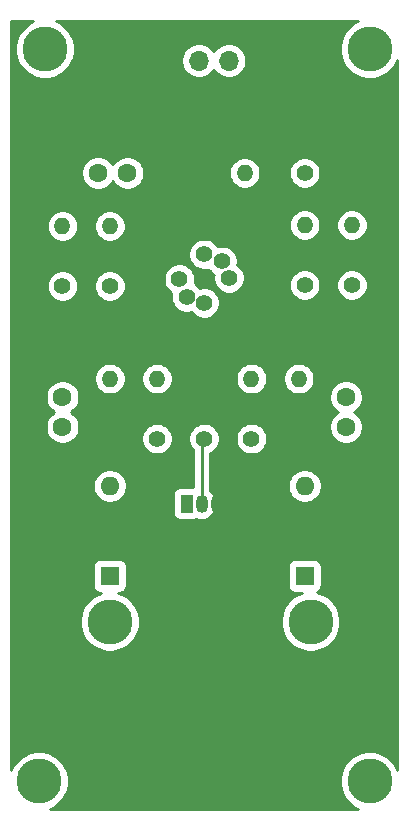
<source format=gbr>
%TF.GenerationSoftware,KiCad,Pcbnew,5.1.10*%
%TF.CreationDate,2021-05-21T04:52:26+02:00*%
%TF.ProjectId,piezo-jfet,7069657a-6f2d-46a6-9665-742e6b696361,rev?*%
%TF.SameCoordinates,Original*%
%TF.FileFunction,Copper,L2,Bot*%
%TF.FilePolarity,Positive*%
%FSLAX46Y46*%
G04 Gerber Fmt 4.6, Leading zero omitted, Abs format (unit mm)*
G04 Created by KiCad (PCBNEW 5.1.10) date 2021-05-21 04:52:26*
%MOMM*%
%LPD*%
G01*
G04 APERTURE LIST*
%TA.AperFunction,ComponentPad*%
%ADD10C,1.400000*%
%TD*%
%TA.AperFunction,ComponentPad*%
%ADD11O,1.400000X1.400000*%
%TD*%
%TA.AperFunction,ComponentPad*%
%ADD12C,1.600000*%
%TD*%
%TA.AperFunction,ComponentPad*%
%ADD13R,1.600000X1.600000*%
%TD*%
%TA.AperFunction,ComponentPad*%
%ADD14O,1.600000X1.600000*%
%TD*%
%TA.AperFunction,ComponentPad*%
%ADD15R,1.700000X1.700000*%
%TD*%
%TA.AperFunction,ComponentPad*%
%ADD16O,1.700000X1.700000*%
%TD*%
%TA.AperFunction,ComponentPad*%
%ADD17O,1.050000X1.500000*%
%TD*%
%TA.AperFunction,ComponentPad*%
%ADD18R,1.050000X1.500000*%
%TD*%
%TA.AperFunction,ComponentPad*%
%ADD19C,3.800000*%
%TD*%
%TA.AperFunction,ViaPad*%
%ADD20C,0.800000*%
%TD*%
%TA.AperFunction,Conductor*%
%ADD21C,0.250000*%
%TD*%
%TA.AperFunction,Conductor*%
%ADD22C,0.254000*%
%TD*%
%TA.AperFunction,Conductor*%
%ADD23C,0.100000*%
%TD*%
G04 APERTURE END LIST*
D10*
%TO.P,R5,1*%
%TO.N,Net-(J1-Pad3)*%
X77500000Y-58500000D03*
D11*
%TO.P,R5,2*%
%TO.N,Net-(C2-Pad1)*%
X72420000Y-58500000D03*
%TD*%
D10*
%TO.P,Q2,1*%
%TO.N,Net-(Q2-Pad1)*%
X69000000Y-69500000D03*
%TO.P,Q2,2*%
%TO.N,Net-(Q2-Pad2)*%
X67500000Y-69000000D03*
%TO.P,Q2,3*%
%TO.N,Net-(C1-Pad1)*%
X66900000Y-67500000D03*
%TO.P,Q2,4*%
%TO.N,Net-(Q2-Pad4)*%
X69000000Y-65400000D03*
%TO.P,Q2,5*%
%TO.N,Net-(Q2-Pad5)*%
X70500000Y-66000000D03*
%TO.P,Q2,6*%
%TO.N,Net-(C3-Pad2)*%
X71100000Y-67400000D03*
%TD*%
D12*
%TO.P,C1,2*%
%TO.N,Net-(C1-Pad2)*%
X57000000Y-80000000D03*
%TO.P,C1,1*%
%TO.N,Net-(C1-Pad1)*%
X57000000Y-77500000D03*
%TD*%
%TO.P,C2,1*%
%TO.N,Net-(C2-Pad1)*%
X62500000Y-58500000D03*
%TO.P,C2,2*%
%TO.N,Net-(C2-Pad2)*%
X60000000Y-58500000D03*
%TD*%
%TO.P,C3,1*%
%TO.N,Net-(C3-Pad1)*%
X81000000Y-80000000D03*
%TO.P,C3,2*%
%TO.N,Net-(C3-Pad2)*%
X81000000Y-77500000D03*
%TD*%
D13*
%TO.P,D1,1*%
%TO.N,Net-(D1-Pad1)*%
X61000000Y-92620000D03*
D14*
%TO.P,D1,2*%
%TO.N,Net-(C1-Pad2)*%
X61000000Y-85000000D03*
%TD*%
%TO.P,D2,2*%
%TO.N,Net-(C3-Pad1)*%
X77500000Y-85000000D03*
D13*
%TO.P,D2,1*%
%TO.N,Net-(D1-Pad1)*%
X77500000Y-92620000D03*
%TD*%
D10*
%TO.P,R1,1*%
%TO.N,Net-(C1-Pad1)*%
X57000000Y-68080000D03*
D11*
%TO.P,R1,2*%
%TO.N,Net-(C2-Pad2)*%
X57000000Y-63000000D03*
%TD*%
%TO.P,R2,2*%
%TO.N,Net-(C1-Pad1)*%
X61000000Y-75920000D03*
D10*
%TO.P,R2,1*%
%TO.N,GND*%
X61000000Y-81000000D03*
%TD*%
D11*
%TO.P,R3,2*%
%TO.N,Net-(C2-Pad2)*%
X61000000Y-63000000D03*
D10*
%TO.P,R3,1*%
%TO.N,Net-(Q2-Pad2)*%
X61000000Y-68080000D03*
%TD*%
D11*
%TO.P,R4,2*%
%TO.N,Net-(Q2-Pad1)*%
X65000000Y-75920000D03*
D10*
%TO.P,R4,1*%
%TO.N,Net-(Q1-Pad1)*%
X65000000Y-81000000D03*
%TD*%
%TO.P,R7,1*%
%TO.N,Net-(Q2-Pad5)*%
X77500000Y-68000000D03*
D11*
%TO.P,R7,2*%
%TO.N,Net-(J1-Pad3)*%
X77500000Y-62920000D03*
%TD*%
D10*
%TO.P,R8,1*%
%TO.N,Net-(Q1-Pad1)*%
X73000000Y-81000000D03*
D11*
%TO.P,R8,2*%
%TO.N,Net-(Q2-Pad4)*%
X73000000Y-75920000D03*
%TD*%
%TO.P,R9,2*%
%TO.N,Net-(J1-Pad3)*%
X81500000Y-62920000D03*
D10*
%TO.P,R9,1*%
%TO.N,Net-(C3-Pad2)*%
X81500000Y-68000000D03*
%TD*%
%TO.P,R10,1*%
%TO.N,GND*%
X77000000Y-81000000D03*
D11*
%TO.P,R10,2*%
%TO.N,Net-(C3-Pad2)*%
X77000000Y-75920000D03*
%TD*%
D15*
%TO.P,J1,1*%
%TO.N,GND*%
X66000000Y-49000000D03*
D16*
%TO.P,J1,2*%
%TO.N,Net-(C2-Pad2)*%
X68540000Y-49000000D03*
%TO.P,J1,3*%
%TO.N,Net-(J1-Pad3)*%
X71080000Y-49000000D03*
%TD*%
D17*
%TO.P,Q1,2*%
%TO.N,Net-(Q1-Pad2)*%
X68770000Y-86500000D03*
%TO.P,Q1,3*%
%TO.N,GND*%
X70040000Y-86500000D03*
D18*
%TO.P,Q1,1*%
%TO.N,Net-(Q1-Pad1)*%
X67500000Y-86500000D03*
%TD*%
D10*
%TO.P,R12,1*%
%TO.N,Net-(Q1-Pad2)*%
X69000000Y-81000000D03*
D11*
%TO.P,R12,2*%
%TO.N,GND*%
X69000000Y-75920000D03*
%TD*%
D19*
%TO.P,J2,1*%
%TO.N,Net-(J2-Pad1)*%
X55500000Y-48000000D03*
%TD*%
%TO.P,J3,1*%
%TO.N,Net-(J3-Pad1)*%
X55000000Y-110000000D03*
%TD*%
%TO.P,J4,1*%
%TO.N,Net-(J4-Pad1)*%
X83000000Y-48000000D03*
%TD*%
%TO.P,J5,1*%
%TO.N,Net-(J5-Pad1)*%
X83000000Y-110000000D03*
%TD*%
%TO.P,J6,1*%
%TO.N,Net-(C1-Pad2)*%
X61000000Y-96500000D03*
%TD*%
%TO.P,J7,1*%
%TO.N,GND*%
X66500000Y-96500000D03*
%TD*%
%TO.P,J8,1*%
%TO.N,GND*%
X71500000Y-96500000D03*
%TD*%
%TO.P,J9,1*%
%TO.N,Net-(C3-Pad1)*%
X78000000Y-96500000D03*
%TD*%
D20*
%TO.N,GND*%
X63000000Y-68000000D03*
%TD*%
D21*
%TO.N,Net-(Q1-Pad2)*%
X68770000Y-81230000D02*
X69000000Y-81000000D01*
X68770000Y-86500000D02*
X68770000Y-81230000D01*
%TD*%
D22*
%TO.N,GND*%
X54299227Y-45753512D02*
X53884032Y-46030937D01*
X53530937Y-46384032D01*
X53253512Y-46799227D01*
X53062418Y-47260568D01*
X52965000Y-47750324D01*
X52965000Y-48249676D01*
X53062418Y-48739432D01*
X53253512Y-49200773D01*
X53530937Y-49615968D01*
X53884032Y-49969063D01*
X54299227Y-50246488D01*
X54760568Y-50437582D01*
X55250324Y-50535000D01*
X55749676Y-50535000D01*
X56239432Y-50437582D01*
X56700773Y-50246488D01*
X57115968Y-49969063D01*
X57469063Y-49615968D01*
X57746488Y-49200773D01*
X57890234Y-48853740D01*
X67055000Y-48853740D01*
X67055000Y-49146260D01*
X67112068Y-49433158D01*
X67224010Y-49703411D01*
X67386525Y-49946632D01*
X67593368Y-50153475D01*
X67836589Y-50315990D01*
X68106842Y-50427932D01*
X68393740Y-50485000D01*
X68686260Y-50485000D01*
X68973158Y-50427932D01*
X69243411Y-50315990D01*
X69486632Y-50153475D01*
X69693475Y-49946632D01*
X69810000Y-49772240D01*
X69926525Y-49946632D01*
X70133368Y-50153475D01*
X70376589Y-50315990D01*
X70646842Y-50427932D01*
X70933740Y-50485000D01*
X71226260Y-50485000D01*
X71513158Y-50427932D01*
X71783411Y-50315990D01*
X72026632Y-50153475D01*
X72233475Y-49946632D01*
X72395990Y-49703411D01*
X72507932Y-49433158D01*
X72565000Y-49146260D01*
X72565000Y-48853740D01*
X72507932Y-48566842D01*
X72395990Y-48296589D01*
X72233475Y-48053368D01*
X72026632Y-47846525D01*
X71783411Y-47684010D01*
X71513158Y-47572068D01*
X71226260Y-47515000D01*
X70933740Y-47515000D01*
X70646842Y-47572068D01*
X70376589Y-47684010D01*
X70133368Y-47846525D01*
X69926525Y-48053368D01*
X69810000Y-48227760D01*
X69693475Y-48053368D01*
X69486632Y-47846525D01*
X69243411Y-47684010D01*
X68973158Y-47572068D01*
X68686260Y-47515000D01*
X68393740Y-47515000D01*
X68106842Y-47572068D01*
X67836589Y-47684010D01*
X67593368Y-47846525D01*
X67386525Y-48053368D01*
X67224010Y-48296589D01*
X67112068Y-48566842D01*
X67055000Y-48853740D01*
X57890234Y-48853740D01*
X57937582Y-48739432D01*
X58035000Y-48249676D01*
X58035000Y-47750324D01*
X57937582Y-47260568D01*
X57746488Y-46799227D01*
X57469063Y-46384032D01*
X57115968Y-46030937D01*
X56700773Y-45753512D01*
X56475015Y-45660000D01*
X82024985Y-45660000D01*
X81799227Y-45753512D01*
X81384032Y-46030937D01*
X81030937Y-46384032D01*
X80753512Y-46799227D01*
X80562418Y-47260568D01*
X80465000Y-47750324D01*
X80465000Y-48249676D01*
X80562418Y-48739432D01*
X80753512Y-49200773D01*
X81030937Y-49615968D01*
X81384032Y-49969063D01*
X81799227Y-50246488D01*
X82260568Y-50437582D01*
X82750324Y-50535000D01*
X83249676Y-50535000D01*
X83739432Y-50437582D01*
X84200773Y-50246488D01*
X84615968Y-49969063D01*
X84969063Y-49615968D01*
X85246488Y-49200773D01*
X85340001Y-48975013D01*
X85340000Y-109024985D01*
X85246488Y-108799227D01*
X84969063Y-108384032D01*
X84615968Y-108030937D01*
X84200773Y-107753512D01*
X83739432Y-107562418D01*
X83249676Y-107465000D01*
X82750324Y-107465000D01*
X82260568Y-107562418D01*
X81799227Y-107753512D01*
X81384032Y-108030937D01*
X81030937Y-108384032D01*
X80753512Y-108799227D01*
X80562418Y-109260568D01*
X80465000Y-109750324D01*
X80465000Y-110249676D01*
X80562418Y-110739432D01*
X80753512Y-111200773D01*
X81030937Y-111615968D01*
X81384032Y-111969063D01*
X81799227Y-112246488D01*
X82024985Y-112340000D01*
X55975015Y-112340000D01*
X56200773Y-112246488D01*
X56615968Y-111969063D01*
X56969063Y-111615968D01*
X57246488Y-111200773D01*
X57437582Y-110739432D01*
X57535000Y-110249676D01*
X57535000Y-109750324D01*
X57437582Y-109260568D01*
X57246488Y-108799227D01*
X56969063Y-108384032D01*
X56615968Y-108030937D01*
X56200773Y-107753512D01*
X55739432Y-107562418D01*
X55249676Y-107465000D01*
X54750324Y-107465000D01*
X54260568Y-107562418D01*
X53799227Y-107753512D01*
X53384032Y-108030937D01*
X53030937Y-108384032D01*
X52753512Y-108799227D01*
X52660000Y-109024985D01*
X52660000Y-96250324D01*
X58465000Y-96250324D01*
X58465000Y-96749676D01*
X58562418Y-97239432D01*
X58753512Y-97700773D01*
X59030937Y-98115968D01*
X59384032Y-98469063D01*
X59799227Y-98746488D01*
X60260568Y-98937582D01*
X60750324Y-99035000D01*
X61249676Y-99035000D01*
X61739432Y-98937582D01*
X62200773Y-98746488D01*
X62615968Y-98469063D01*
X62969063Y-98115968D01*
X63246488Y-97700773D01*
X63437582Y-97239432D01*
X63535000Y-96749676D01*
X63535000Y-96250324D01*
X75465000Y-96250324D01*
X75465000Y-96749676D01*
X75562418Y-97239432D01*
X75753512Y-97700773D01*
X76030937Y-98115968D01*
X76384032Y-98469063D01*
X76799227Y-98746488D01*
X77260568Y-98937582D01*
X77750324Y-99035000D01*
X78249676Y-99035000D01*
X78739432Y-98937582D01*
X79200773Y-98746488D01*
X79615968Y-98469063D01*
X79969063Y-98115968D01*
X80246488Y-97700773D01*
X80437582Y-97239432D01*
X80535000Y-96749676D01*
X80535000Y-96250324D01*
X80437582Y-95760568D01*
X80246488Y-95299227D01*
X79969063Y-94884032D01*
X79615968Y-94530937D01*
X79200773Y-94253512D01*
X78739432Y-94062418D01*
X78516150Y-94018005D01*
X78544180Y-94009502D01*
X78654494Y-93950537D01*
X78751185Y-93871185D01*
X78830537Y-93774494D01*
X78889502Y-93664180D01*
X78925812Y-93544482D01*
X78938072Y-93420000D01*
X78938072Y-91820000D01*
X78925812Y-91695518D01*
X78889502Y-91575820D01*
X78830537Y-91465506D01*
X78751185Y-91368815D01*
X78654494Y-91289463D01*
X78544180Y-91230498D01*
X78424482Y-91194188D01*
X78300000Y-91181928D01*
X76700000Y-91181928D01*
X76575518Y-91194188D01*
X76455820Y-91230498D01*
X76345506Y-91289463D01*
X76248815Y-91368815D01*
X76169463Y-91465506D01*
X76110498Y-91575820D01*
X76074188Y-91695518D01*
X76061928Y-91820000D01*
X76061928Y-93420000D01*
X76074188Y-93544482D01*
X76110498Y-93664180D01*
X76169463Y-93774494D01*
X76248815Y-93871185D01*
X76345506Y-93950537D01*
X76455820Y-94009502D01*
X76575518Y-94045812D01*
X76700000Y-94058072D01*
X77282417Y-94058072D01*
X77260568Y-94062418D01*
X76799227Y-94253512D01*
X76384032Y-94530937D01*
X76030937Y-94884032D01*
X75753512Y-95299227D01*
X75562418Y-95760568D01*
X75465000Y-96250324D01*
X63535000Y-96250324D01*
X63437582Y-95760568D01*
X63246488Y-95299227D01*
X62969063Y-94884032D01*
X62615968Y-94530937D01*
X62200773Y-94253512D01*
X61739432Y-94062418D01*
X61717583Y-94058072D01*
X61800000Y-94058072D01*
X61924482Y-94045812D01*
X62044180Y-94009502D01*
X62154494Y-93950537D01*
X62251185Y-93871185D01*
X62330537Y-93774494D01*
X62389502Y-93664180D01*
X62425812Y-93544482D01*
X62438072Y-93420000D01*
X62438072Y-91820000D01*
X62425812Y-91695518D01*
X62389502Y-91575820D01*
X62330537Y-91465506D01*
X62251185Y-91368815D01*
X62154494Y-91289463D01*
X62044180Y-91230498D01*
X61924482Y-91194188D01*
X61800000Y-91181928D01*
X60200000Y-91181928D01*
X60075518Y-91194188D01*
X59955820Y-91230498D01*
X59845506Y-91289463D01*
X59748815Y-91368815D01*
X59669463Y-91465506D01*
X59610498Y-91575820D01*
X59574188Y-91695518D01*
X59561928Y-91820000D01*
X59561928Y-93420000D01*
X59574188Y-93544482D01*
X59610498Y-93664180D01*
X59669463Y-93774494D01*
X59748815Y-93871185D01*
X59845506Y-93950537D01*
X59955820Y-94009502D01*
X60075518Y-94045812D01*
X60200000Y-94058072D01*
X60282417Y-94058072D01*
X60260568Y-94062418D01*
X59799227Y-94253512D01*
X59384032Y-94530937D01*
X59030937Y-94884032D01*
X58753512Y-95299227D01*
X58562418Y-95760568D01*
X58465000Y-96250324D01*
X52660000Y-96250324D01*
X52660000Y-84858665D01*
X59565000Y-84858665D01*
X59565000Y-85141335D01*
X59620147Y-85418574D01*
X59728320Y-85679727D01*
X59885363Y-85914759D01*
X60085241Y-86114637D01*
X60320273Y-86271680D01*
X60581426Y-86379853D01*
X60858665Y-86435000D01*
X61141335Y-86435000D01*
X61418574Y-86379853D01*
X61679727Y-86271680D01*
X61914759Y-86114637D01*
X62114637Y-85914759D01*
X62224725Y-85750000D01*
X66336928Y-85750000D01*
X66336928Y-87250000D01*
X66349188Y-87374482D01*
X66385498Y-87494180D01*
X66444463Y-87604494D01*
X66523815Y-87701185D01*
X66620506Y-87780537D01*
X66730820Y-87839502D01*
X66850518Y-87875812D01*
X66975000Y-87888072D01*
X68025000Y-87888072D01*
X68149482Y-87875812D01*
X68269180Y-87839502D01*
X68333902Y-87804907D01*
X68542601Y-87868215D01*
X68770000Y-87890612D01*
X68997400Y-87868215D01*
X69216060Y-87801885D01*
X69417579Y-87694171D01*
X69594212Y-87549212D01*
X69739171Y-87372579D01*
X69846885Y-87171059D01*
X69913215Y-86952399D01*
X69930000Y-86781978D01*
X69930000Y-86218021D01*
X69913215Y-86047600D01*
X69846885Y-85828940D01*
X69739171Y-85627421D01*
X69594212Y-85450788D01*
X69530000Y-85398091D01*
X69530000Y-84858665D01*
X76065000Y-84858665D01*
X76065000Y-85141335D01*
X76120147Y-85418574D01*
X76228320Y-85679727D01*
X76385363Y-85914759D01*
X76585241Y-86114637D01*
X76820273Y-86271680D01*
X77081426Y-86379853D01*
X77358665Y-86435000D01*
X77641335Y-86435000D01*
X77918574Y-86379853D01*
X78179727Y-86271680D01*
X78414759Y-86114637D01*
X78614637Y-85914759D01*
X78771680Y-85679727D01*
X78879853Y-85418574D01*
X78935000Y-85141335D01*
X78935000Y-84858665D01*
X78879853Y-84581426D01*
X78771680Y-84320273D01*
X78614637Y-84085241D01*
X78414759Y-83885363D01*
X78179727Y-83728320D01*
X77918574Y-83620147D01*
X77641335Y-83565000D01*
X77358665Y-83565000D01*
X77081426Y-83620147D01*
X76820273Y-83728320D01*
X76585241Y-83885363D01*
X76385363Y-84085241D01*
X76228320Y-84320273D01*
X76120147Y-84581426D01*
X76065000Y-84858665D01*
X69530000Y-84858665D01*
X69530000Y-82225460D01*
X69632359Y-82183061D01*
X69851013Y-82036962D01*
X70036962Y-81851013D01*
X70183061Y-81632359D01*
X70283696Y-81389405D01*
X70335000Y-81131486D01*
X70335000Y-80868514D01*
X71665000Y-80868514D01*
X71665000Y-81131486D01*
X71716304Y-81389405D01*
X71816939Y-81632359D01*
X71963038Y-81851013D01*
X72148987Y-82036962D01*
X72367641Y-82183061D01*
X72610595Y-82283696D01*
X72868514Y-82335000D01*
X73131486Y-82335000D01*
X73389405Y-82283696D01*
X73632359Y-82183061D01*
X73851013Y-82036962D01*
X74036962Y-81851013D01*
X74183061Y-81632359D01*
X74283696Y-81389405D01*
X74335000Y-81131486D01*
X74335000Y-80868514D01*
X74283696Y-80610595D01*
X74183061Y-80367641D01*
X74036962Y-80148987D01*
X73851013Y-79963038D01*
X73632359Y-79816939D01*
X73389405Y-79716304D01*
X73131486Y-79665000D01*
X72868514Y-79665000D01*
X72610595Y-79716304D01*
X72367641Y-79816939D01*
X72148987Y-79963038D01*
X71963038Y-80148987D01*
X71816939Y-80367641D01*
X71716304Y-80610595D01*
X71665000Y-80868514D01*
X70335000Y-80868514D01*
X70283696Y-80610595D01*
X70183061Y-80367641D01*
X70036962Y-80148987D01*
X69851013Y-79963038D01*
X69632359Y-79816939D01*
X69389405Y-79716304D01*
X69131486Y-79665000D01*
X68868514Y-79665000D01*
X68610595Y-79716304D01*
X68367641Y-79816939D01*
X68148987Y-79963038D01*
X67963038Y-80148987D01*
X67816939Y-80367641D01*
X67716304Y-80610595D01*
X67665000Y-80868514D01*
X67665000Y-81131486D01*
X67716304Y-81389405D01*
X67816939Y-81632359D01*
X67963038Y-81851013D01*
X68010001Y-81897976D01*
X68010000Y-85111928D01*
X66975000Y-85111928D01*
X66850518Y-85124188D01*
X66730820Y-85160498D01*
X66620506Y-85219463D01*
X66523815Y-85298815D01*
X66444463Y-85395506D01*
X66385498Y-85505820D01*
X66349188Y-85625518D01*
X66336928Y-85750000D01*
X62224725Y-85750000D01*
X62271680Y-85679727D01*
X62379853Y-85418574D01*
X62435000Y-85141335D01*
X62435000Y-84858665D01*
X62379853Y-84581426D01*
X62271680Y-84320273D01*
X62114637Y-84085241D01*
X61914759Y-83885363D01*
X61679727Y-83728320D01*
X61418574Y-83620147D01*
X61141335Y-83565000D01*
X60858665Y-83565000D01*
X60581426Y-83620147D01*
X60320273Y-83728320D01*
X60085241Y-83885363D01*
X59885363Y-84085241D01*
X59728320Y-84320273D01*
X59620147Y-84581426D01*
X59565000Y-84858665D01*
X52660000Y-84858665D01*
X52660000Y-77358665D01*
X55565000Y-77358665D01*
X55565000Y-77641335D01*
X55620147Y-77918574D01*
X55728320Y-78179727D01*
X55885363Y-78414759D01*
X56085241Y-78614637D01*
X56287827Y-78750000D01*
X56085241Y-78885363D01*
X55885363Y-79085241D01*
X55728320Y-79320273D01*
X55620147Y-79581426D01*
X55565000Y-79858665D01*
X55565000Y-80141335D01*
X55620147Y-80418574D01*
X55728320Y-80679727D01*
X55885363Y-80914759D01*
X56085241Y-81114637D01*
X56320273Y-81271680D01*
X56581426Y-81379853D01*
X56858665Y-81435000D01*
X57141335Y-81435000D01*
X57418574Y-81379853D01*
X57679727Y-81271680D01*
X57914759Y-81114637D01*
X58114637Y-80914759D01*
X58145536Y-80868514D01*
X63665000Y-80868514D01*
X63665000Y-81131486D01*
X63716304Y-81389405D01*
X63816939Y-81632359D01*
X63963038Y-81851013D01*
X64148987Y-82036962D01*
X64367641Y-82183061D01*
X64610595Y-82283696D01*
X64868514Y-82335000D01*
X65131486Y-82335000D01*
X65389405Y-82283696D01*
X65632359Y-82183061D01*
X65851013Y-82036962D01*
X66036962Y-81851013D01*
X66183061Y-81632359D01*
X66283696Y-81389405D01*
X66335000Y-81131486D01*
X66335000Y-80868514D01*
X66283696Y-80610595D01*
X66183061Y-80367641D01*
X66036962Y-80148987D01*
X65851013Y-79963038D01*
X65632359Y-79816939D01*
X65389405Y-79716304D01*
X65131486Y-79665000D01*
X64868514Y-79665000D01*
X64610595Y-79716304D01*
X64367641Y-79816939D01*
X64148987Y-79963038D01*
X63963038Y-80148987D01*
X63816939Y-80367641D01*
X63716304Y-80610595D01*
X63665000Y-80868514D01*
X58145536Y-80868514D01*
X58271680Y-80679727D01*
X58379853Y-80418574D01*
X58435000Y-80141335D01*
X58435000Y-79858665D01*
X58379853Y-79581426D01*
X58271680Y-79320273D01*
X58114637Y-79085241D01*
X57914759Y-78885363D01*
X57712173Y-78750000D01*
X57914759Y-78614637D01*
X58114637Y-78414759D01*
X58271680Y-78179727D01*
X58379853Y-77918574D01*
X58435000Y-77641335D01*
X58435000Y-77358665D01*
X79565000Y-77358665D01*
X79565000Y-77641335D01*
X79620147Y-77918574D01*
X79728320Y-78179727D01*
X79885363Y-78414759D01*
X80085241Y-78614637D01*
X80287827Y-78750000D01*
X80085241Y-78885363D01*
X79885363Y-79085241D01*
X79728320Y-79320273D01*
X79620147Y-79581426D01*
X79565000Y-79858665D01*
X79565000Y-80141335D01*
X79620147Y-80418574D01*
X79728320Y-80679727D01*
X79885363Y-80914759D01*
X80085241Y-81114637D01*
X80320273Y-81271680D01*
X80581426Y-81379853D01*
X80858665Y-81435000D01*
X81141335Y-81435000D01*
X81418574Y-81379853D01*
X81679727Y-81271680D01*
X81914759Y-81114637D01*
X82114637Y-80914759D01*
X82271680Y-80679727D01*
X82379853Y-80418574D01*
X82435000Y-80141335D01*
X82435000Y-79858665D01*
X82379853Y-79581426D01*
X82271680Y-79320273D01*
X82114637Y-79085241D01*
X81914759Y-78885363D01*
X81712173Y-78750000D01*
X81914759Y-78614637D01*
X82114637Y-78414759D01*
X82271680Y-78179727D01*
X82379853Y-77918574D01*
X82435000Y-77641335D01*
X82435000Y-77358665D01*
X82379853Y-77081426D01*
X82271680Y-76820273D01*
X82114637Y-76585241D01*
X81914759Y-76385363D01*
X81679727Y-76228320D01*
X81418574Y-76120147D01*
X81141335Y-76065000D01*
X80858665Y-76065000D01*
X80581426Y-76120147D01*
X80320273Y-76228320D01*
X80085241Y-76385363D01*
X79885363Y-76585241D01*
X79728320Y-76820273D01*
X79620147Y-77081426D01*
X79565000Y-77358665D01*
X58435000Y-77358665D01*
X58379853Y-77081426D01*
X58271680Y-76820273D01*
X58114637Y-76585241D01*
X57914759Y-76385363D01*
X57679727Y-76228320D01*
X57418574Y-76120147D01*
X57141335Y-76065000D01*
X56858665Y-76065000D01*
X56581426Y-76120147D01*
X56320273Y-76228320D01*
X56085241Y-76385363D01*
X55885363Y-76585241D01*
X55728320Y-76820273D01*
X55620147Y-77081426D01*
X55565000Y-77358665D01*
X52660000Y-77358665D01*
X52660000Y-75788514D01*
X59665000Y-75788514D01*
X59665000Y-76051486D01*
X59716304Y-76309405D01*
X59816939Y-76552359D01*
X59963038Y-76771013D01*
X60148987Y-76956962D01*
X60367641Y-77103061D01*
X60610595Y-77203696D01*
X60868514Y-77255000D01*
X61131486Y-77255000D01*
X61389405Y-77203696D01*
X61632359Y-77103061D01*
X61851013Y-76956962D01*
X62036962Y-76771013D01*
X62183061Y-76552359D01*
X62283696Y-76309405D01*
X62335000Y-76051486D01*
X62335000Y-75788514D01*
X63665000Y-75788514D01*
X63665000Y-76051486D01*
X63716304Y-76309405D01*
X63816939Y-76552359D01*
X63963038Y-76771013D01*
X64148987Y-76956962D01*
X64367641Y-77103061D01*
X64610595Y-77203696D01*
X64868514Y-77255000D01*
X65131486Y-77255000D01*
X65389405Y-77203696D01*
X65632359Y-77103061D01*
X65851013Y-76956962D01*
X66036962Y-76771013D01*
X66183061Y-76552359D01*
X66283696Y-76309405D01*
X66335000Y-76051486D01*
X66335000Y-75788514D01*
X71665000Y-75788514D01*
X71665000Y-76051486D01*
X71716304Y-76309405D01*
X71816939Y-76552359D01*
X71963038Y-76771013D01*
X72148987Y-76956962D01*
X72367641Y-77103061D01*
X72610595Y-77203696D01*
X72868514Y-77255000D01*
X73131486Y-77255000D01*
X73389405Y-77203696D01*
X73632359Y-77103061D01*
X73851013Y-76956962D01*
X74036962Y-76771013D01*
X74183061Y-76552359D01*
X74283696Y-76309405D01*
X74335000Y-76051486D01*
X74335000Y-75788514D01*
X75665000Y-75788514D01*
X75665000Y-76051486D01*
X75716304Y-76309405D01*
X75816939Y-76552359D01*
X75963038Y-76771013D01*
X76148987Y-76956962D01*
X76367641Y-77103061D01*
X76610595Y-77203696D01*
X76868514Y-77255000D01*
X77131486Y-77255000D01*
X77389405Y-77203696D01*
X77632359Y-77103061D01*
X77851013Y-76956962D01*
X78036962Y-76771013D01*
X78183061Y-76552359D01*
X78283696Y-76309405D01*
X78335000Y-76051486D01*
X78335000Y-75788514D01*
X78283696Y-75530595D01*
X78183061Y-75287641D01*
X78036962Y-75068987D01*
X77851013Y-74883038D01*
X77632359Y-74736939D01*
X77389405Y-74636304D01*
X77131486Y-74585000D01*
X76868514Y-74585000D01*
X76610595Y-74636304D01*
X76367641Y-74736939D01*
X76148987Y-74883038D01*
X75963038Y-75068987D01*
X75816939Y-75287641D01*
X75716304Y-75530595D01*
X75665000Y-75788514D01*
X74335000Y-75788514D01*
X74283696Y-75530595D01*
X74183061Y-75287641D01*
X74036962Y-75068987D01*
X73851013Y-74883038D01*
X73632359Y-74736939D01*
X73389405Y-74636304D01*
X73131486Y-74585000D01*
X72868514Y-74585000D01*
X72610595Y-74636304D01*
X72367641Y-74736939D01*
X72148987Y-74883038D01*
X71963038Y-75068987D01*
X71816939Y-75287641D01*
X71716304Y-75530595D01*
X71665000Y-75788514D01*
X66335000Y-75788514D01*
X66283696Y-75530595D01*
X66183061Y-75287641D01*
X66036962Y-75068987D01*
X65851013Y-74883038D01*
X65632359Y-74736939D01*
X65389405Y-74636304D01*
X65131486Y-74585000D01*
X64868514Y-74585000D01*
X64610595Y-74636304D01*
X64367641Y-74736939D01*
X64148987Y-74883038D01*
X63963038Y-75068987D01*
X63816939Y-75287641D01*
X63716304Y-75530595D01*
X63665000Y-75788514D01*
X62335000Y-75788514D01*
X62283696Y-75530595D01*
X62183061Y-75287641D01*
X62036962Y-75068987D01*
X61851013Y-74883038D01*
X61632359Y-74736939D01*
X61389405Y-74636304D01*
X61131486Y-74585000D01*
X60868514Y-74585000D01*
X60610595Y-74636304D01*
X60367641Y-74736939D01*
X60148987Y-74883038D01*
X59963038Y-75068987D01*
X59816939Y-75287641D01*
X59716304Y-75530595D01*
X59665000Y-75788514D01*
X52660000Y-75788514D01*
X52660000Y-67948514D01*
X55665000Y-67948514D01*
X55665000Y-68211486D01*
X55716304Y-68469405D01*
X55816939Y-68712359D01*
X55963038Y-68931013D01*
X56148987Y-69116962D01*
X56367641Y-69263061D01*
X56610595Y-69363696D01*
X56868514Y-69415000D01*
X57131486Y-69415000D01*
X57389405Y-69363696D01*
X57632359Y-69263061D01*
X57851013Y-69116962D01*
X58036962Y-68931013D01*
X58183061Y-68712359D01*
X58283696Y-68469405D01*
X58335000Y-68211486D01*
X58335000Y-67948514D01*
X59665000Y-67948514D01*
X59665000Y-68211486D01*
X59716304Y-68469405D01*
X59816939Y-68712359D01*
X59963038Y-68931013D01*
X60148987Y-69116962D01*
X60367641Y-69263061D01*
X60610595Y-69363696D01*
X60868514Y-69415000D01*
X61131486Y-69415000D01*
X61389405Y-69363696D01*
X61632359Y-69263061D01*
X61851013Y-69116962D01*
X62036962Y-68931013D01*
X62183061Y-68712359D01*
X62283696Y-68469405D01*
X62335000Y-68211486D01*
X62335000Y-67948514D01*
X62283696Y-67690595D01*
X62183061Y-67447641D01*
X62130191Y-67368514D01*
X65565000Y-67368514D01*
X65565000Y-67631486D01*
X65616304Y-67889405D01*
X65716939Y-68132359D01*
X65863038Y-68351013D01*
X66048987Y-68536962D01*
X66209603Y-68644282D01*
X66165000Y-68868514D01*
X66165000Y-69131486D01*
X66216304Y-69389405D01*
X66316939Y-69632359D01*
X66463038Y-69851013D01*
X66648987Y-70036962D01*
X66867641Y-70183061D01*
X67110595Y-70283696D01*
X67368514Y-70335000D01*
X67631486Y-70335000D01*
X67889405Y-70283696D01*
X67911847Y-70274400D01*
X67963038Y-70351013D01*
X68148987Y-70536962D01*
X68367641Y-70683061D01*
X68610595Y-70783696D01*
X68868514Y-70835000D01*
X69131486Y-70835000D01*
X69389405Y-70783696D01*
X69632359Y-70683061D01*
X69851013Y-70536962D01*
X70036962Y-70351013D01*
X70183061Y-70132359D01*
X70283696Y-69889405D01*
X70335000Y-69631486D01*
X70335000Y-69368514D01*
X70283696Y-69110595D01*
X70183061Y-68867641D01*
X70036962Y-68648987D01*
X69851013Y-68463038D01*
X69632359Y-68316939D01*
X69389405Y-68216304D01*
X69131486Y-68165000D01*
X68868514Y-68165000D01*
X68610595Y-68216304D01*
X68588153Y-68225600D01*
X68536962Y-68148987D01*
X68351013Y-67963038D01*
X68190397Y-67855718D01*
X68235000Y-67631486D01*
X68235000Y-67368514D01*
X68183696Y-67110595D01*
X68083061Y-66867641D01*
X67936962Y-66648987D01*
X67751013Y-66463038D01*
X67532359Y-66316939D01*
X67289405Y-66216304D01*
X67031486Y-66165000D01*
X66768514Y-66165000D01*
X66510595Y-66216304D01*
X66267641Y-66316939D01*
X66048987Y-66463038D01*
X65863038Y-66648987D01*
X65716939Y-66867641D01*
X65616304Y-67110595D01*
X65565000Y-67368514D01*
X62130191Y-67368514D01*
X62036962Y-67228987D01*
X61851013Y-67043038D01*
X61632359Y-66896939D01*
X61389405Y-66796304D01*
X61131486Y-66745000D01*
X60868514Y-66745000D01*
X60610595Y-66796304D01*
X60367641Y-66896939D01*
X60148987Y-67043038D01*
X59963038Y-67228987D01*
X59816939Y-67447641D01*
X59716304Y-67690595D01*
X59665000Y-67948514D01*
X58335000Y-67948514D01*
X58283696Y-67690595D01*
X58183061Y-67447641D01*
X58036962Y-67228987D01*
X57851013Y-67043038D01*
X57632359Y-66896939D01*
X57389405Y-66796304D01*
X57131486Y-66745000D01*
X56868514Y-66745000D01*
X56610595Y-66796304D01*
X56367641Y-66896939D01*
X56148987Y-67043038D01*
X55963038Y-67228987D01*
X55816939Y-67447641D01*
X55716304Y-67690595D01*
X55665000Y-67948514D01*
X52660000Y-67948514D01*
X52660000Y-65268514D01*
X67665000Y-65268514D01*
X67665000Y-65531486D01*
X67716304Y-65789405D01*
X67816939Y-66032359D01*
X67963038Y-66251013D01*
X68148987Y-66436962D01*
X68367641Y-66583061D01*
X68610595Y-66683696D01*
X68868514Y-66735000D01*
X69131486Y-66735000D01*
X69355718Y-66690397D01*
X69463038Y-66851013D01*
X69648987Y-67036962D01*
X69792045Y-67132550D01*
X69765000Y-67268514D01*
X69765000Y-67531486D01*
X69816304Y-67789405D01*
X69916939Y-68032359D01*
X70063038Y-68251013D01*
X70248987Y-68436962D01*
X70467641Y-68583061D01*
X70710595Y-68683696D01*
X70968514Y-68735000D01*
X71231486Y-68735000D01*
X71489405Y-68683696D01*
X71732359Y-68583061D01*
X71951013Y-68436962D01*
X72136962Y-68251013D01*
X72283061Y-68032359D01*
X72350927Y-67868514D01*
X76165000Y-67868514D01*
X76165000Y-68131486D01*
X76216304Y-68389405D01*
X76316939Y-68632359D01*
X76463038Y-68851013D01*
X76648987Y-69036962D01*
X76867641Y-69183061D01*
X77110595Y-69283696D01*
X77368514Y-69335000D01*
X77631486Y-69335000D01*
X77889405Y-69283696D01*
X78132359Y-69183061D01*
X78351013Y-69036962D01*
X78536962Y-68851013D01*
X78683061Y-68632359D01*
X78783696Y-68389405D01*
X78835000Y-68131486D01*
X78835000Y-67868514D01*
X80165000Y-67868514D01*
X80165000Y-68131486D01*
X80216304Y-68389405D01*
X80316939Y-68632359D01*
X80463038Y-68851013D01*
X80648987Y-69036962D01*
X80867641Y-69183061D01*
X81110595Y-69283696D01*
X81368514Y-69335000D01*
X81631486Y-69335000D01*
X81889405Y-69283696D01*
X82132359Y-69183061D01*
X82351013Y-69036962D01*
X82536962Y-68851013D01*
X82683061Y-68632359D01*
X82783696Y-68389405D01*
X82835000Y-68131486D01*
X82835000Y-67868514D01*
X82783696Y-67610595D01*
X82683061Y-67367641D01*
X82536962Y-67148987D01*
X82351013Y-66963038D01*
X82132359Y-66816939D01*
X81889405Y-66716304D01*
X81631486Y-66665000D01*
X81368514Y-66665000D01*
X81110595Y-66716304D01*
X80867641Y-66816939D01*
X80648987Y-66963038D01*
X80463038Y-67148987D01*
X80316939Y-67367641D01*
X80216304Y-67610595D01*
X80165000Y-67868514D01*
X78835000Y-67868514D01*
X78783696Y-67610595D01*
X78683061Y-67367641D01*
X78536962Y-67148987D01*
X78351013Y-66963038D01*
X78132359Y-66816939D01*
X77889405Y-66716304D01*
X77631486Y-66665000D01*
X77368514Y-66665000D01*
X77110595Y-66716304D01*
X76867641Y-66816939D01*
X76648987Y-66963038D01*
X76463038Y-67148987D01*
X76316939Y-67367641D01*
X76216304Y-67610595D01*
X76165000Y-67868514D01*
X72350927Y-67868514D01*
X72383696Y-67789405D01*
X72435000Y-67531486D01*
X72435000Y-67268514D01*
X72383696Y-67010595D01*
X72283061Y-66767641D01*
X72136962Y-66548987D01*
X71951013Y-66363038D01*
X71807955Y-66267450D01*
X71835000Y-66131486D01*
X71835000Y-65868514D01*
X71783696Y-65610595D01*
X71683061Y-65367641D01*
X71536962Y-65148987D01*
X71351013Y-64963038D01*
X71132359Y-64816939D01*
X70889405Y-64716304D01*
X70631486Y-64665000D01*
X70368514Y-64665000D01*
X70144282Y-64709603D01*
X70036962Y-64548987D01*
X69851013Y-64363038D01*
X69632359Y-64216939D01*
X69389405Y-64116304D01*
X69131486Y-64065000D01*
X68868514Y-64065000D01*
X68610595Y-64116304D01*
X68367641Y-64216939D01*
X68148987Y-64363038D01*
X67963038Y-64548987D01*
X67816939Y-64767641D01*
X67716304Y-65010595D01*
X67665000Y-65268514D01*
X52660000Y-65268514D01*
X52660000Y-62868514D01*
X55665000Y-62868514D01*
X55665000Y-63131486D01*
X55716304Y-63389405D01*
X55816939Y-63632359D01*
X55963038Y-63851013D01*
X56148987Y-64036962D01*
X56367641Y-64183061D01*
X56610595Y-64283696D01*
X56868514Y-64335000D01*
X57131486Y-64335000D01*
X57389405Y-64283696D01*
X57632359Y-64183061D01*
X57851013Y-64036962D01*
X58036962Y-63851013D01*
X58183061Y-63632359D01*
X58283696Y-63389405D01*
X58335000Y-63131486D01*
X58335000Y-62868514D01*
X59665000Y-62868514D01*
X59665000Y-63131486D01*
X59716304Y-63389405D01*
X59816939Y-63632359D01*
X59963038Y-63851013D01*
X60148987Y-64036962D01*
X60367641Y-64183061D01*
X60610595Y-64283696D01*
X60868514Y-64335000D01*
X61131486Y-64335000D01*
X61389405Y-64283696D01*
X61632359Y-64183061D01*
X61851013Y-64036962D01*
X62036962Y-63851013D01*
X62183061Y-63632359D01*
X62283696Y-63389405D01*
X62335000Y-63131486D01*
X62335000Y-62868514D01*
X62319087Y-62788514D01*
X76165000Y-62788514D01*
X76165000Y-63051486D01*
X76216304Y-63309405D01*
X76316939Y-63552359D01*
X76463038Y-63771013D01*
X76648987Y-63956962D01*
X76867641Y-64103061D01*
X77110595Y-64203696D01*
X77368514Y-64255000D01*
X77631486Y-64255000D01*
X77889405Y-64203696D01*
X78132359Y-64103061D01*
X78351013Y-63956962D01*
X78536962Y-63771013D01*
X78683061Y-63552359D01*
X78783696Y-63309405D01*
X78835000Y-63051486D01*
X78835000Y-62788514D01*
X80165000Y-62788514D01*
X80165000Y-63051486D01*
X80216304Y-63309405D01*
X80316939Y-63552359D01*
X80463038Y-63771013D01*
X80648987Y-63956962D01*
X80867641Y-64103061D01*
X81110595Y-64203696D01*
X81368514Y-64255000D01*
X81631486Y-64255000D01*
X81889405Y-64203696D01*
X82132359Y-64103061D01*
X82351013Y-63956962D01*
X82536962Y-63771013D01*
X82683061Y-63552359D01*
X82783696Y-63309405D01*
X82835000Y-63051486D01*
X82835000Y-62788514D01*
X82783696Y-62530595D01*
X82683061Y-62287641D01*
X82536962Y-62068987D01*
X82351013Y-61883038D01*
X82132359Y-61736939D01*
X81889405Y-61636304D01*
X81631486Y-61585000D01*
X81368514Y-61585000D01*
X81110595Y-61636304D01*
X80867641Y-61736939D01*
X80648987Y-61883038D01*
X80463038Y-62068987D01*
X80316939Y-62287641D01*
X80216304Y-62530595D01*
X80165000Y-62788514D01*
X78835000Y-62788514D01*
X78783696Y-62530595D01*
X78683061Y-62287641D01*
X78536962Y-62068987D01*
X78351013Y-61883038D01*
X78132359Y-61736939D01*
X77889405Y-61636304D01*
X77631486Y-61585000D01*
X77368514Y-61585000D01*
X77110595Y-61636304D01*
X76867641Y-61736939D01*
X76648987Y-61883038D01*
X76463038Y-62068987D01*
X76316939Y-62287641D01*
X76216304Y-62530595D01*
X76165000Y-62788514D01*
X62319087Y-62788514D01*
X62283696Y-62610595D01*
X62183061Y-62367641D01*
X62036962Y-62148987D01*
X61851013Y-61963038D01*
X61632359Y-61816939D01*
X61389405Y-61716304D01*
X61131486Y-61665000D01*
X60868514Y-61665000D01*
X60610595Y-61716304D01*
X60367641Y-61816939D01*
X60148987Y-61963038D01*
X59963038Y-62148987D01*
X59816939Y-62367641D01*
X59716304Y-62610595D01*
X59665000Y-62868514D01*
X58335000Y-62868514D01*
X58283696Y-62610595D01*
X58183061Y-62367641D01*
X58036962Y-62148987D01*
X57851013Y-61963038D01*
X57632359Y-61816939D01*
X57389405Y-61716304D01*
X57131486Y-61665000D01*
X56868514Y-61665000D01*
X56610595Y-61716304D01*
X56367641Y-61816939D01*
X56148987Y-61963038D01*
X55963038Y-62148987D01*
X55816939Y-62367641D01*
X55716304Y-62610595D01*
X55665000Y-62868514D01*
X52660000Y-62868514D01*
X52660000Y-58358665D01*
X58565000Y-58358665D01*
X58565000Y-58641335D01*
X58620147Y-58918574D01*
X58728320Y-59179727D01*
X58885363Y-59414759D01*
X59085241Y-59614637D01*
X59320273Y-59771680D01*
X59581426Y-59879853D01*
X59858665Y-59935000D01*
X60141335Y-59935000D01*
X60418574Y-59879853D01*
X60679727Y-59771680D01*
X60914759Y-59614637D01*
X61114637Y-59414759D01*
X61250000Y-59212173D01*
X61385363Y-59414759D01*
X61585241Y-59614637D01*
X61820273Y-59771680D01*
X62081426Y-59879853D01*
X62358665Y-59935000D01*
X62641335Y-59935000D01*
X62918574Y-59879853D01*
X63179727Y-59771680D01*
X63414759Y-59614637D01*
X63614637Y-59414759D01*
X63771680Y-59179727D01*
X63879853Y-58918574D01*
X63935000Y-58641335D01*
X63935000Y-58368514D01*
X71085000Y-58368514D01*
X71085000Y-58631486D01*
X71136304Y-58889405D01*
X71236939Y-59132359D01*
X71383038Y-59351013D01*
X71568987Y-59536962D01*
X71787641Y-59683061D01*
X72030595Y-59783696D01*
X72288514Y-59835000D01*
X72551486Y-59835000D01*
X72809405Y-59783696D01*
X73052359Y-59683061D01*
X73271013Y-59536962D01*
X73456962Y-59351013D01*
X73603061Y-59132359D01*
X73703696Y-58889405D01*
X73755000Y-58631486D01*
X73755000Y-58368514D01*
X76165000Y-58368514D01*
X76165000Y-58631486D01*
X76216304Y-58889405D01*
X76316939Y-59132359D01*
X76463038Y-59351013D01*
X76648987Y-59536962D01*
X76867641Y-59683061D01*
X77110595Y-59783696D01*
X77368514Y-59835000D01*
X77631486Y-59835000D01*
X77889405Y-59783696D01*
X78132359Y-59683061D01*
X78351013Y-59536962D01*
X78536962Y-59351013D01*
X78683061Y-59132359D01*
X78783696Y-58889405D01*
X78835000Y-58631486D01*
X78835000Y-58368514D01*
X78783696Y-58110595D01*
X78683061Y-57867641D01*
X78536962Y-57648987D01*
X78351013Y-57463038D01*
X78132359Y-57316939D01*
X77889405Y-57216304D01*
X77631486Y-57165000D01*
X77368514Y-57165000D01*
X77110595Y-57216304D01*
X76867641Y-57316939D01*
X76648987Y-57463038D01*
X76463038Y-57648987D01*
X76316939Y-57867641D01*
X76216304Y-58110595D01*
X76165000Y-58368514D01*
X73755000Y-58368514D01*
X73703696Y-58110595D01*
X73603061Y-57867641D01*
X73456962Y-57648987D01*
X73271013Y-57463038D01*
X73052359Y-57316939D01*
X72809405Y-57216304D01*
X72551486Y-57165000D01*
X72288514Y-57165000D01*
X72030595Y-57216304D01*
X71787641Y-57316939D01*
X71568987Y-57463038D01*
X71383038Y-57648987D01*
X71236939Y-57867641D01*
X71136304Y-58110595D01*
X71085000Y-58368514D01*
X63935000Y-58368514D01*
X63935000Y-58358665D01*
X63879853Y-58081426D01*
X63771680Y-57820273D01*
X63614637Y-57585241D01*
X63414759Y-57385363D01*
X63179727Y-57228320D01*
X62918574Y-57120147D01*
X62641335Y-57065000D01*
X62358665Y-57065000D01*
X62081426Y-57120147D01*
X61820273Y-57228320D01*
X61585241Y-57385363D01*
X61385363Y-57585241D01*
X61250000Y-57787827D01*
X61114637Y-57585241D01*
X60914759Y-57385363D01*
X60679727Y-57228320D01*
X60418574Y-57120147D01*
X60141335Y-57065000D01*
X59858665Y-57065000D01*
X59581426Y-57120147D01*
X59320273Y-57228320D01*
X59085241Y-57385363D01*
X58885363Y-57585241D01*
X58728320Y-57820273D01*
X58620147Y-58081426D01*
X58565000Y-58358665D01*
X52660000Y-58358665D01*
X52660000Y-45660000D01*
X54524985Y-45660000D01*
X54299227Y-45753512D01*
%TA.AperFunction,Conductor*%
D23*
G36*
X54299227Y-45753512D02*
G01*
X53884032Y-46030937D01*
X53530937Y-46384032D01*
X53253512Y-46799227D01*
X53062418Y-47260568D01*
X52965000Y-47750324D01*
X52965000Y-48249676D01*
X53062418Y-48739432D01*
X53253512Y-49200773D01*
X53530937Y-49615968D01*
X53884032Y-49969063D01*
X54299227Y-50246488D01*
X54760568Y-50437582D01*
X55250324Y-50535000D01*
X55749676Y-50535000D01*
X56239432Y-50437582D01*
X56700773Y-50246488D01*
X57115968Y-49969063D01*
X57469063Y-49615968D01*
X57746488Y-49200773D01*
X57890234Y-48853740D01*
X67055000Y-48853740D01*
X67055000Y-49146260D01*
X67112068Y-49433158D01*
X67224010Y-49703411D01*
X67386525Y-49946632D01*
X67593368Y-50153475D01*
X67836589Y-50315990D01*
X68106842Y-50427932D01*
X68393740Y-50485000D01*
X68686260Y-50485000D01*
X68973158Y-50427932D01*
X69243411Y-50315990D01*
X69486632Y-50153475D01*
X69693475Y-49946632D01*
X69810000Y-49772240D01*
X69926525Y-49946632D01*
X70133368Y-50153475D01*
X70376589Y-50315990D01*
X70646842Y-50427932D01*
X70933740Y-50485000D01*
X71226260Y-50485000D01*
X71513158Y-50427932D01*
X71783411Y-50315990D01*
X72026632Y-50153475D01*
X72233475Y-49946632D01*
X72395990Y-49703411D01*
X72507932Y-49433158D01*
X72565000Y-49146260D01*
X72565000Y-48853740D01*
X72507932Y-48566842D01*
X72395990Y-48296589D01*
X72233475Y-48053368D01*
X72026632Y-47846525D01*
X71783411Y-47684010D01*
X71513158Y-47572068D01*
X71226260Y-47515000D01*
X70933740Y-47515000D01*
X70646842Y-47572068D01*
X70376589Y-47684010D01*
X70133368Y-47846525D01*
X69926525Y-48053368D01*
X69810000Y-48227760D01*
X69693475Y-48053368D01*
X69486632Y-47846525D01*
X69243411Y-47684010D01*
X68973158Y-47572068D01*
X68686260Y-47515000D01*
X68393740Y-47515000D01*
X68106842Y-47572068D01*
X67836589Y-47684010D01*
X67593368Y-47846525D01*
X67386525Y-48053368D01*
X67224010Y-48296589D01*
X67112068Y-48566842D01*
X67055000Y-48853740D01*
X57890234Y-48853740D01*
X57937582Y-48739432D01*
X58035000Y-48249676D01*
X58035000Y-47750324D01*
X57937582Y-47260568D01*
X57746488Y-46799227D01*
X57469063Y-46384032D01*
X57115968Y-46030937D01*
X56700773Y-45753512D01*
X56475015Y-45660000D01*
X82024985Y-45660000D01*
X81799227Y-45753512D01*
X81384032Y-46030937D01*
X81030937Y-46384032D01*
X80753512Y-46799227D01*
X80562418Y-47260568D01*
X80465000Y-47750324D01*
X80465000Y-48249676D01*
X80562418Y-48739432D01*
X80753512Y-49200773D01*
X81030937Y-49615968D01*
X81384032Y-49969063D01*
X81799227Y-50246488D01*
X82260568Y-50437582D01*
X82750324Y-50535000D01*
X83249676Y-50535000D01*
X83739432Y-50437582D01*
X84200773Y-50246488D01*
X84615968Y-49969063D01*
X84969063Y-49615968D01*
X85246488Y-49200773D01*
X85340001Y-48975013D01*
X85340000Y-109024985D01*
X85246488Y-108799227D01*
X84969063Y-108384032D01*
X84615968Y-108030937D01*
X84200773Y-107753512D01*
X83739432Y-107562418D01*
X83249676Y-107465000D01*
X82750324Y-107465000D01*
X82260568Y-107562418D01*
X81799227Y-107753512D01*
X81384032Y-108030937D01*
X81030937Y-108384032D01*
X80753512Y-108799227D01*
X80562418Y-109260568D01*
X80465000Y-109750324D01*
X80465000Y-110249676D01*
X80562418Y-110739432D01*
X80753512Y-111200773D01*
X81030937Y-111615968D01*
X81384032Y-111969063D01*
X81799227Y-112246488D01*
X82024985Y-112340000D01*
X55975015Y-112340000D01*
X56200773Y-112246488D01*
X56615968Y-111969063D01*
X56969063Y-111615968D01*
X57246488Y-111200773D01*
X57437582Y-110739432D01*
X57535000Y-110249676D01*
X57535000Y-109750324D01*
X57437582Y-109260568D01*
X57246488Y-108799227D01*
X56969063Y-108384032D01*
X56615968Y-108030937D01*
X56200773Y-107753512D01*
X55739432Y-107562418D01*
X55249676Y-107465000D01*
X54750324Y-107465000D01*
X54260568Y-107562418D01*
X53799227Y-107753512D01*
X53384032Y-108030937D01*
X53030937Y-108384032D01*
X52753512Y-108799227D01*
X52660000Y-109024985D01*
X52660000Y-96250324D01*
X58465000Y-96250324D01*
X58465000Y-96749676D01*
X58562418Y-97239432D01*
X58753512Y-97700773D01*
X59030937Y-98115968D01*
X59384032Y-98469063D01*
X59799227Y-98746488D01*
X60260568Y-98937582D01*
X60750324Y-99035000D01*
X61249676Y-99035000D01*
X61739432Y-98937582D01*
X62200773Y-98746488D01*
X62615968Y-98469063D01*
X62969063Y-98115968D01*
X63246488Y-97700773D01*
X63437582Y-97239432D01*
X63535000Y-96749676D01*
X63535000Y-96250324D01*
X75465000Y-96250324D01*
X75465000Y-96749676D01*
X75562418Y-97239432D01*
X75753512Y-97700773D01*
X76030937Y-98115968D01*
X76384032Y-98469063D01*
X76799227Y-98746488D01*
X77260568Y-98937582D01*
X77750324Y-99035000D01*
X78249676Y-99035000D01*
X78739432Y-98937582D01*
X79200773Y-98746488D01*
X79615968Y-98469063D01*
X79969063Y-98115968D01*
X80246488Y-97700773D01*
X80437582Y-97239432D01*
X80535000Y-96749676D01*
X80535000Y-96250324D01*
X80437582Y-95760568D01*
X80246488Y-95299227D01*
X79969063Y-94884032D01*
X79615968Y-94530937D01*
X79200773Y-94253512D01*
X78739432Y-94062418D01*
X78516150Y-94018005D01*
X78544180Y-94009502D01*
X78654494Y-93950537D01*
X78751185Y-93871185D01*
X78830537Y-93774494D01*
X78889502Y-93664180D01*
X78925812Y-93544482D01*
X78938072Y-93420000D01*
X78938072Y-91820000D01*
X78925812Y-91695518D01*
X78889502Y-91575820D01*
X78830537Y-91465506D01*
X78751185Y-91368815D01*
X78654494Y-91289463D01*
X78544180Y-91230498D01*
X78424482Y-91194188D01*
X78300000Y-91181928D01*
X76700000Y-91181928D01*
X76575518Y-91194188D01*
X76455820Y-91230498D01*
X76345506Y-91289463D01*
X76248815Y-91368815D01*
X76169463Y-91465506D01*
X76110498Y-91575820D01*
X76074188Y-91695518D01*
X76061928Y-91820000D01*
X76061928Y-93420000D01*
X76074188Y-93544482D01*
X76110498Y-93664180D01*
X76169463Y-93774494D01*
X76248815Y-93871185D01*
X76345506Y-93950537D01*
X76455820Y-94009502D01*
X76575518Y-94045812D01*
X76700000Y-94058072D01*
X77282417Y-94058072D01*
X77260568Y-94062418D01*
X76799227Y-94253512D01*
X76384032Y-94530937D01*
X76030937Y-94884032D01*
X75753512Y-95299227D01*
X75562418Y-95760568D01*
X75465000Y-96250324D01*
X63535000Y-96250324D01*
X63437582Y-95760568D01*
X63246488Y-95299227D01*
X62969063Y-94884032D01*
X62615968Y-94530937D01*
X62200773Y-94253512D01*
X61739432Y-94062418D01*
X61717583Y-94058072D01*
X61800000Y-94058072D01*
X61924482Y-94045812D01*
X62044180Y-94009502D01*
X62154494Y-93950537D01*
X62251185Y-93871185D01*
X62330537Y-93774494D01*
X62389502Y-93664180D01*
X62425812Y-93544482D01*
X62438072Y-93420000D01*
X62438072Y-91820000D01*
X62425812Y-91695518D01*
X62389502Y-91575820D01*
X62330537Y-91465506D01*
X62251185Y-91368815D01*
X62154494Y-91289463D01*
X62044180Y-91230498D01*
X61924482Y-91194188D01*
X61800000Y-91181928D01*
X60200000Y-91181928D01*
X60075518Y-91194188D01*
X59955820Y-91230498D01*
X59845506Y-91289463D01*
X59748815Y-91368815D01*
X59669463Y-91465506D01*
X59610498Y-91575820D01*
X59574188Y-91695518D01*
X59561928Y-91820000D01*
X59561928Y-93420000D01*
X59574188Y-93544482D01*
X59610498Y-93664180D01*
X59669463Y-93774494D01*
X59748815Y-93871185D01*
X59845506Y-93950537D01*
X59955820Y-94009502D01*
X60075518Y-94045812D01*
X60200000Y-94058072D01*
X60282417Y-94058072D01*
X60260568Y-94062418D01*
X59799227Y-94253512D01*
X59384032Y-94530937D01*
X59030937Y-94884032D01*
X58753512Y-95299227D01*
X58562418Y-95760568D01*
X58465000Y-96250324D01*
X52660000Y-96250324D01*
X52660000Y-84858665D01*
X59565000Y-84858665D01*
X59565000Y-85141335D01*
X59620147Y-85418574D01*
X59728320Y-85679727D01*
X59885363Y-85914759D01*
X60085241Y-86114637D01*
X60320273Y-86271680D01*
X60581426Y-86379853D01*
X60858665Y-86435000D01*
X61141335Y-86435000D01*
X61418574Y-86379853D01*
X61679727Y-86271680D01*
X61914759Y-86114637D01*
X62114637Y-85914759D01*
X62224725Y-85750000D01*
X66336928Y-85750000D01*
X66336928Y-87250000D01*
X66349188Y-87374482D01*
X66385498Y-87494180D01*
X66444463Y-87604494D01*
X66523815Y-87701185D01*
X66620506Y-87780537D01*
X66730820Y-87839502D01*
X66850518Y-87875812D01*
X66975000Y-87888072D01*
X68025000Y-87888072D01*
X68149482Y-87875812D01*
X68269180Y-87839502D01*
X68333902Y-87804907D01*
X68542601Y-87868215D01*
X68770000Y-87890612D01*
X68997400Y-87868215D01*
X69216060Y-87801885D01*
X69417579Y-87694171D01*
X69594212Y-87549212D01*
X69739171Y-87372579D01*
X69846885Y-87171059D01*
X69913215Y-86952399D01*
X69930000Y-86781978D01*
X69930000Y-86218021D01*
X69913215Y-86047600D01*
X69846885Y-85828940D01*
X69739171Y-85627421D01*
X69594212Y-85450788D01*
X69530000Y-85398091D01*
X69530000Y-84858665D01*
X76065000Y-84858665D01*
X76065000Y-85141335D01*
X76120147Y-85418574D01*
X76228320Y-85679727D01*
X76385363Y-85914759D01*
X76585241Y-86114637D01*
X76820273Y-86271680D01*
X77081426Y-86379853D01*
X77358665Y-86435000D01*
X77641335Y-86435000D01*
X77918574Y-86379853D01*
X78179727Y-86271680D01*
X78414759Y-86114637D01*
X78614637Y-85914759D01*
X78771680Y-85679727D01*
X78879853Y-85418574D01*
X78935000Y-85141335D01*
X78935000Y-84858665D01*
X78879853Y-84581426D01*
X78771680Y-84320273D01*
X78614637Y-84085241D01*
X78414759Y-83885363D01*
X78179727Y-83728320D01*
X77918574Y-83620147D01*
X77641335Y-83565000D01*
X77358665Y-83565000D01*
X77081426Y-83620147D01*
X76820273Y-83728320D01*
X76585241Y-83885363D01*
X76385363Y-84085241D01*
X76228320Y-84320273D01*
X76120147Y-84581426D01*
X76065000Y-84858665D01*
X69530000Y-84858665D01*
X69530000Y-82225460D01*
X69632359Y-82183061D01*
X69851013Y-82036962D01*
X70036962Y-81851013D01*
X70183061Y-81632359D01*
X70283696Y-81389405D01*
X70335000Y-81131486D01*
X70335000Y-80868514D01*
X71665000Y-80868514D01*
X71665000Y-81131486D01*
X71716304Y-81389405D01*
X71816939Y-81632359D01*
X71963038Y-81851013D01*
X72148987Y-82036962D01*
X72367641Y-82183061D01*
X72610595Y-82283696D01*
X72868514Y-82335000D01*
X73131486Y-82335000D01*
X73389405Y-82283696D01*
X73632359Y-82183061D01*
X73851013Y-82036962D01*
X74036962Y-81851013D01*
X74183061Y-81632359D01*
X74283696Y-81389405D01*
X74335000Y-81131486D01*
X74335000Y-80868514D01*
X74283696Y-80610595D01*
X74183061Y-80367641D01*
X74036962Y-80148987D01*
X73851013Y-79963038D01*
X73632359Y-79816939D01*
X73389405Y-79716304D01*
X73131486Y-79665000D01*
X72868514Y-79665000D01*
X72610595Y-79716304D01*
X72367641Y-79816939D01*
X72148987Y-79963038D01*
X71963038Y-80148987D01*
X71816939Y-80367641D01*
X71716304Y-80610595D01*
X71665000Y-80868514D01*
X70335000Y-80868514D01*
X70283696Y-80610595D01*
X70183061Y-80367641D01*
X70036962Y-80148987D01*
X69851013Y-79963038D01*
X69632359Y-79816939D01*
X69389405Y-79716304D01*
X69131486Y-79665000D01*
X68868514Y-79665000D01*
X68610595Y-79716304D01*
X68367641Y-79816939D01*
X68148987Y-79963038D01*
X67963038Y-80148987D01*
X67816939Y-80367641D01*
X67716304Y-80610595D01*
X67665000Y-80868514D01*
X67665000Y-81131486D01*
X67716304Y-81389405D01*
X67816939Y-81632359D01*
X67963038Y-81851013D01*
X68010001Y-81897976D01*
X68010000Y-85111928D01*
X66975000Y-85111928D01*
X66850518Y-85124188D01*
X66730820Y-85160498D01*
X66620506Y-85219463D01*
X66523815Y-85298815D01*
X66444463Y-85395506D01*
X66385498Y-85505820D01*
X66349188Y-85625518D01*
X66336928Y-85750000D01*
X62224725Y-85750000D01*
X62271680Y-85679727D01*
X62379853Y-85418574D01*
X62435000Y-85141335D01*
X62435000Y-84858665D01*
X62379853Y-84581426D01*
X62271680Y-84320273D01*
X62114637Y-84085241D01*
X61914759Y-83885363D01*
X61679727Y-83728320D01*
X61418574Y-83620147D01*
X61141335Y-83565000D01*
X60858665Y-83565000D01*
X60581426Y-83620147D01*
X60320273Y-83728320D01*
X60085241Y-83885363D01*
X59885363Y-84085241D01*
X59728320Y-84320273D01*
X59620147Y-84581426D01*
X59565000Y-84858665D01*
X52660000Y-84858665D01*
X52660000Y-77358665D01*
X55565000Y-77358665D01*
X55565000Y-77641335D01*
X55620147Y-77918574D01*
X55728320Y-78179727D01*
X55885363Y-78414759D01*
X56085241Y-78614637D01*
X56287827Y-78750000D01*
X56085241Y-78885363D01*
X55885363Y-79085241D01*
X55728320Y-79320273D01*
X55620147Y-79581426D01*
X55565000Y-79858665D01*
X55565000Y-80141335D01*
X55620147Y-80418574D01*
X55728320Y-80679727D01*
X55885363Y-80914759D01*
X56085241Y-81114637D01*
X56320273Y-81271680D01*
X56581426Y-81379853D01*
X56858665Y-81435000D01*
X57141335Y-81435000D01*
X57418574Y-81379853D01*
X57679727Y-81271680D01*
X57914759Y-81114637D01*
X58114637Y-80914759D01*
X58145536Y-80868514D01*
X63665000Y-80868514D01*
X63665000Y-81131486D01*
X63716304Y-81389405D01*
X63816939Y-81632359D01*
X63963038Y-81851013D01*
X64148987Y-82036962D01*
X64367641Y-82183061D01*
X64610595Y-82283696D01*
X64868514Y-82335000D01*
X65131486Y-82335000D01*
X65389405Y-82283696D01*
X65632359Y-82183061D01*
X65851013Y-82036962D01*
X66036962Y-81851013D01*
X66183061Y-81632359D01*
X66283696Y-81389405D01*
X66335000Y-81131486D01*
X66335000Y-80868514D01*
X66283696Y-80610595D01*
X66183061Y-80367641D01*
X66036962Y-80148987D01*
X65851013Y-79963038D01*
X65632359Y-79816939D01*
X65389405Y-79716304D01*
X65131486Y-79665000D01*
X64868514Y-79665000D01*
X64610595Y-79716304D01*
X64367641Y-79816939D01*
X64148987Y-79963038D01*
X63963038Y-80148987D01*
X63816939Y-80367641D01*
X63716304Y-80610595D01*
X63665000Y-80868514D01*
X58145536Y-80868514D01*
X58271680Y-80679727D01*
X58379853Y-80418574D01*
X58435000Y-80141335D01*
X58435000Y-79858665D01*
X58379853Y-79581426D01*
X58271680Y-79320273D01*
X58114637Y-79085241D01*
X57914759Y-78885363D01*
X57712173Y-78750000D01*
X57914759Y-78614637D01*
X58114637Y-78414759D01*
X58271680Y-78179727D01*
X58379853Y-77918574D01*
X58435000Y-77641335D01*
X58435000Y-77358665D01*
X79565000Y-77358665D01*
X79565000Y-77641335D01*
X79620147Y-77918574D01*
X79728320Y-78179727D01*
X79885363Y-78414759D01*
X80085241Y-78614637D01*
X80287827Y-78750000D01*
X80085241Y-78885363D01*
X79885363Y-79085241D01*
X79728320Y-79320273D01*
X79620147Y-79581426D01*
X79565000Y-79858665D01*
X79565000Y-80141335D01*
X79620147Y-80418574D01*
X79728320Y-80679727D01*
X79885363Y-80914759D01*
X80085241Y-81114637D01*
X80320273Y-81271680D01*
X80581426Y-81379853D01*
X80858665Y-81435000D01*
X81141335Y-81435000D01*
X81418574Y-81379853D01*
X81679727Y-81271680D01*
X81914759Y-81114637D01*
X82114637Y-80914759D01*
X82271680Y-80679727D01*
X82379853Y-80418574D01*
X82435000Y-80141335D01*
X82435000Y-79858665D01*
X82379853Y-79581426D01*
X82271680Y-79320273D01*
X82114637Y-79085241D01*
X81914759Y-78885363D01*
X81712173Y-78750000D01*
X81914759Y-78614637D01*
X82114637Y-78414759D01*
X82271680Y-78179727D01*
X82379853Y-77918574D01*
X82435000Y-77641335D01*
X82435000Y-77358665D01*
X82379853Y-77081426D01*
X82271680Y-76820273D01*
X82114637Y-76585241D01*
X81914759Y-76385363D01*
X81679727Y-76228320D01*
X81418574Y-76120147D01*
X81141335Y-76065000D01*
X80858665Y-76065000D01*
X80581426Y-76120147D01*
X80320273Y-76228320D01*
X80085241Y-76385363D01*
X79885363Y-76585241D01*
X79728320Y-76820273D01*
X79620147Y-77081426D01*
X79565000Y-77358665D01*
X58435000Y-77358665D01*
X58379853Y-77081426D01*
X58271680Y-76820273D01*
X58114637Y-76585241D01*
X57914759Y-76385363D01*
X57679727Y-76228320D01*
X57418574Y-76120147D01*
X57141335Y-76065000D01*
X56858665Y-76065000D01*
X56581426Y-76120147D01*
X56320273Y-76228320D01*
X56085241Y-76385363D01*
X55885363Y-76585241D01*
X55728320Y-76820273D01*
X55620147Y-77081426D01*
X55565000Y-77358665D01*
X52660000Y-77358665D01*
X52660000Y-75788514D01*
X59665000Y-75788514D01*
X59665000Y-76051486D01*
X59716304Y-76309405D01*
X59816939Y-76552359D01*
X59963038Y-76771013D01*
X60148987Y-76956962D01*
X60367641Y-77103061D01*
X60610595Y-77203696D01*
X60868514Y-77255000D01*
X61131486Y-77255000D01*
X61389405Y-77203696D01*
X61632359Y-77103061D01*
X61851013Y-76956962D01*
X62036962Y-76771013D01*
X62183061Y-76552359D01*
X62283696Y-76309405D01*
X62335000Y-76051486D01*
X62335000Y-75788514D01*
X63665000Y-75788514D01*
X63665000Y-76051486D01*
X63716304Y-76309405D01*
X63816939Y-76552359D01*
X63963038Y-76771013D01*
X64148987Y-76956962D01*
X64367641Y-77103061D01*
X64610595Y-77203696D01*
X64868514Y-77255000D01*
X65131486Y-77255000D01*
X65389405Y-77203696D01*
X65632359Y-77103061D01*
X65851013Y-76956962D01*
X66036962Y-76771013D01*
X66183061Y-76552359D01*
X66283696Y-76309405D01*
X66335000Y-76051486D01*
X66335000Y-75788514D01*
X71665000Y-75788514D01*
X71665000Y-76051486D01*
X71716304Y-76309405D01*
X71816939Y-76552359D01*
X71963038Y-76771013D01*
X72148987Y-76956962D01*
X72367641Y-77103061D01*
X72610595Y-77203696D01*
X72868514Y-77255000D01*
X73131486Y-77255000D01*
X73389405Y-77203696D01*
X73632359Y-77103061D01*
X73851013Y-76956962D01*
X74036962Y-76771013D01*
X74183061Y-76552359D01*
X74283696Y-76309405D01*
X74335000Y-76051486D01*
X74335000Y-75788514D01*
X75665000Y-75788514D01*
X75665000Y-76051486D01*
X75716304Y-76309405D01*
X75816939Y-76552359D01*
X75963038Y-76771013D01*
X76148987Y-76956962D01*
X76367641Y-77103061D01*
X76610595Y-77203696D01*
X76868514Y-77255000D01*
X77131486Y-77255000D01*
X77389405Y-77203696D01*
X77632359Y-77103061D01*
X77851013Y-76956962D01*
X78036962Y-76771013D01*
X78183061Y-76552359D01*
X78283696Y-76309405D01*
X78335000Y-76051486D01*
X78335000Y-75788514D01*
X78283696Y-75530595D01*
X78183061Y-75287641D01*
X78036962Y-75068987D01*
X77851013Y-74883038D01*
X77632359Y-74736939D01*
X77389405Y-74636304D01*
X77131486Y-74585000D01*
X76868514Y-74585000D01*
X76610595Y-74636304D01*
X76367641Y-74736939D01*
X76148987Y-74883038D01*
X75963038Y-75068987D01*
X75816939Y-75287641D01*
X75716304Y-75530595D01*
X75665000Y-75788514D01*
X74335000Y-75788514D01*
X74283696Y-75530595D01*
X74183061Y-75287641D01*
X74036962Y-75068987D01*
X73851013Y-74883038D01*
X73632359Y-74736939D01*
X73389405Y-74636304D01*
X73131486Y-74585000D01*
X72868514Y-74585000D01*
X72610595Y-74636304D01*
X72367641Y-74736939D01*
X72148987Y-74883038D01*
X71963038Y-75068987D01*
X71816939Y-75287641D01*
X71716304Y-75530595D01*
X71665000Y-75788514D01*
X66335000Y-75788514D01*
X66283696Y-75530595D01*
X66183061Y-75287641D01*
X66036962Y-75068987D01*
X65851013Y-74883038D01*
X65632359Y-74736939D01*
X65389405Y-74636304D01*
X65131486Y-74585000D01*
X64868514Y-74585000D01*
X64610595Y-74636304D01*
X64367641Y-74736939D01*
X64148987Y-74883038D01*
X63963038Y-75068987D01*
X63816939Y-75287641D01*
X63716304Y-75530595D01*
X63665000Y-75788514D01*
X62335000Y-75788514D01*
X62283696Y-75530595D01*
X62183061Y-75287641D01*
X62036962Y-75068987D01*
X61851013Y-74883038D01*
X61632359Y-74736939D01*
X61389405Y-74636304D01*
X61131486Y-74585000D01*
X60868514Y-74585000D01*
X60610595Y-74636304D01*
X60367641Y-74736939D01*
X60148987Y-74883038D01*
X59963038Y-75068987D01*
X59816939Y-75287641D01*
X59716304Y-75530595D01*
X59665000Y-75788514D01*
X52660000Y-75788514D01*
X52660000Y-67948514D01*
X55665000Y-67948514D01*
X55665000Y-68211486D01*
X55716304Y-68469405D01*
X55816939Y-68712359D01*
X55963038Y-68931013D01*
X56148987Y-69116962D01*
X56367641Y-69263061D01*
X56610595Y-69363696D01*
X56868514Y-69415000D01*
X57131486Y-69415000D01*
X57389405Y-69363696D01*
X57632359Y-69263061D01*
X57851013Y-69116962D01*
X58036962Y-68931013D01*
X58183061Y-68712359D01*
X58283696Y-68469405D01*
X58335000Y-68211486D01*
X58335000Y-67948514D01*
X59665000Y-67948514D01*
X59665000Y-68211486D01*
X59716304Y-68469405D01*
X59816939Y-68712359D01*
X59963038Y-68931013D01*
X60148987Y-69116962D01*
X60367641Y-69263061D01*
X60610595Y-69363696D01*
X60868514Y-69415000D01*
X61131486Y-69415000D01*
X61389405Y-69363696D01*
X61632359Y-69263061D01*
X61851013Y-69116962D01*
X62036962Y-68931013D01*
X62183061Y-68712359D01*
X62283696Y-68469405D01*
X62335000Y-68211486D01*
X62335000Y-67948514D01*
X62283696Y-67690595D01*
X62183061Y-67447641D01*
X62130191Y-67368514D01*
X65565000Y-67368514D01*
X65565000Y-67631486D01*
X65616304Y-67889405D01*
X65716939Y-68132359D01*
X65863038Y-68351013D01*
X66048987Y-68536962D01*
X66209603Y-68644282D01*
X66165000Y-68868514D01*
X66165000Y-69131486D01*
X66216304Y-69389405D01*
X66316939Y-69632359D01*
X66463038Y-69851013D01*
X66648987Y-70036962D01*
X66867641Y-70183061D01*
X67110595Y-70283696D01*
X67368514Y-70335000D01*
X67631486Y-70335000D01*
X67889405Y-70283696D01*
X67911847Y-70274400D01*
X67963038Y-70351013D01*
X68148987Y-70536962D01*
X68367641Y-70683061D01*
X68610595Y-70783696D01*
X68868514Y-70835000D01*
X69131486Y-70835000D01*
X69389405Y-70783696D01*
X69632359Y-70683061D01*
X69851013Y-70536962D01*
X70036962Y-70351013D01*
X70183061Y-70132359D01*
X70283696Y-69889405D01*
X70335000Y-69631486D01*
X70335000Y-69368514D01*
X70283696Y-69110595D01*
X70183061Y-68867641D01*
X70036962Y-68648987D01*
X69851013Y-68463038D01*
X69632359Y-68316939D01*
X69389405Y-68216304D01*
X69131486Y-68165000D01*
X68868514Y-68165000D01*
X68610595Y-68216304D01*
X68588153Y-68225600D01*
X68536962Y-68148987D01*
X68351013Y-67963038D01*
X68190397Y-67855718D01*
X68235000Y-67631486D01*
X68235000Y-67368514D01*
X68183696Y-67110595D01*
X68083061Y-66867641D01*
X67936962Y-66648987D01*
X67751013Y-66463038D01*
X67532359Y-66316939D01*
X67289405Y-66216304D01*
X67031486Y-66165000D01*
X66768514Y-66165000D01*
X66510595Y-66216304D01*
X66267641Y-66316939D01*
X66048987Y-66463038D01*
X65863038Y-66648987D01*
X65716939Y-66867641D01*
X65616304Y-67110595D01*
X65565000Y-67368514D01*
X62130191Y-67368514D01*
X62036962Y-67228987D01*
X61851013Y-67043038D01*
X61632359Y-66896939D01*
X61389405Y-66796304D01*
X61131486Y-66745000D01*
X60868514Y-66745000D01*
X60610595Y-66796304D01*
X60367641Y-66896939D01*
X60148987Y-67043038D01*
X59963038Y-67228987D01*
X59816939Y-67447641D01*
X59716304Y-67690595D01*
X59665000Y-67948514D01*
X58335000Y-67948514D01*
X58283696Y-67690595D01*
X58183061Y-67447641D01*
X58036962Y-67228987D01*
X57851013Y-67043038D01*
X57632359Y-66896939D01*
X57389405Y-66796304D01*
X57131486Y-66745000D01*
X56868514Y-66745000D01*
X56610595Y-66796304D01*
X56367641Y-66896939D01*
X56148987Y-67043038D01*
X55963038Y-67228987D01*
X55816939Y-67447641D01*
X55716304Y-67690595D01*
X55665000Y-67948514D01*
X52660000Y-67948514D01*
X52660000Y-65268514D01*
X67665000Y-65268514D01*
X67665000Y-65531486D01*
X67716304Y-65789405D01*
X67816939Y-66032359D01*
X67963038Y-66251013D01*
X68148987Y-66436962D01*
X68367641Y-66583061D01*
X68610595Y-66683696D01*
X68868514Y-66735000D01*
X69131486Y-66735000D01*
X69355718Y-66690397D01*
X69463038Y-66851013D01*
X69648987Y-67036962D01*
X69792045Y-67132550D01*
X69765000Y-67268514D01*
X69765000Y-67531486D01*
X69816304Y-67789405D01*
X69916939Y-68032359D01*
X70063038Y-68251013D01*
X70248987Y-68436962D01*
X70467641Y-68583061D01*
X70710595Y-68683696D01*
X70968514Y-68735000D01*
X71231486Y-68735000D01*
X71489405Y-68683696D01*
X71732359Y-68583061D01*
X71951013Y-68436962D01*
X72136962Y-68251013D01*
X72283061Y-68032359D01*
X72350927Y-67868514D01*
X76165000Y-67868514D01*
X76165000Y-68131486D01*
X76216304Y-68389405D01*
X76316939Y-68632359D01*
X76463038Y-68851013D01*
X76648987Y-69036962D01*
X76867641Y-69183061D01*
X77110595Y-69283696D01*
X77368514Y-69335000D01*
X77631486Y-69335000D01*
X77889405Y-69283696D01*
X78132359Y-69183061D01*
X78351013Y-69036962D01*
X78536962Y-68851013D01*
X78683061Y-68632359D01*
X78783696Y-68389405D01*
X78835000Y-68131486D01*
X78835000Y-67868514D01*
X80165000Y-67868514D01*
X80165000Y-68131486D01*
X80216304Y-68389405D01*
X80316939Y-68632359D01*
X80463038Y-68851013D01*
X80648987Y-69036962D01*
X80867641Y-69183061D01*
X81110595Y-69283696D01*
X81368514Y-69335000D01*
X81631486Y-69335000D01*
X81889405Y-69283696D01*
X82132359Y-69183061D01*
X82351013Y-69036962D01*
X82536962Y-68851013D01*
X82683061Y-68632359D01*
X82783696Y-68389405D01*
X82835000Y-68131486D01*
X82835000Y-67868514D01*
X82783696Y-67610595D01*
X82683061Y-67367641D01*
X82536962Y-67148987D01*
X82351013Y-66963038D01*
X82132359Y-66816939D01*
X81889405Y-66716304D01*
X81631486Y-66665000D01*
X81368514Y-66665000D01*
X81110595Y-66716304D01*
X80867641Y-66816939D01*
X80648987Y-66963038D01*
X80463038Y-67148987D01*
X80316939Y-67367641D01*
X80216304Y-67610595D01*
X80165000Y-67868514D01*
X78835000Y-67868514D01*
X78783696Y-67610595D01*
X78683061Y-67367641D01*
X78536962Y-67148987D01*
X78351013Y-66963038D01*
X78132359Y-66816939D01*
X77889405Y-66716304D01*
X77631486Y-66665000D01*
X77368514Y-66665000D01*
X77110595Y-66716304D01*
X76867641Y-66816939D01*
X76648987Y-66963038D01*
X76463038Y-67148987D01*
X76316939Y-67367641D01*
X76216304Y-67610595D01*
X76165000Y-67868514D01*
X72350927Y-67868514D01*
X72383696Y-67789405D01*
X72435000Y-67531486D01*
X72435000Y-67268514D01*
X72383696Y-67010595D01*
X72283061Y-66767641D01*
X72136962Y-66548987D01*
X71951013Y-66363038D01*
X71807955Y-66267450D01*
X71835000Y-66131486D01*
X71835000Y-65868514D01*
X71783696Y-65610595D01*
X71683061Y-65367641D01*
X71536962Y-65148987D01*
X71351013Y-64963038D01*
X71132359Y-64816939D01*
X70889405Y-64716304D01*
X70631486Y-64665000D01*
X70368514Y-64665000D01*
X70144282Y-64709603D01*
X70036962Y-64548987D01*
X69851013Y-64363038D01*
X69632359Y-64216939D01*
X69389405Y-64116304D01*
X69131486Y-64065000D01*
X68868514Y-64065000D01*
X68610595Y-64116304D01*
X68367641Y-64216939D01*
X68148987Y-64363038D01*
X67963038Y-64548987D01*
X67816939Y-64767641D01*
X67716304Y-65010595D01*
X67665000Y-65268514D01*
X52660000Y-65268514D01*
X52660000Y-62868514D01*
X55665000Y-62868514D01*
X55665000Y-63131486D01*
X55716304Y-63389405D01*
X55816939Y-63632359D01*
X55963038Y-63851013D01*
X56148987Y-64036962D01*
X56367641Y-64183061D01*
X56610595Y-64283696D01*
X56868514Y-64335000D01*
X57131486Y-64335000D01*
X57389405Y-64283696D01*
X57632359Y-64183061D01*
X57851013Y-64036962D01*
X58036962Y-63851013D01*
X58183061Y-63632359D01*
X58283696Y-63389405D01*
X58335000Y-63131486D01*
X58335000Y-62868514D01*
X59665000Y-62868514D01*
X59665000Y-63131486D01*
X59716304Y-63389405D01*
X59816939Y-63632359D01*
X59963038Y-63851013D01*
X60148987Y-64036962D01*
X60367641Y-64183061D01*
X60610595Y-64283696D01*
X60868514Y-64335000D01*
X61131486Y-64335000D01*
X61389405Y-64283696D01*
X61632359Y-64183061D01*
X61851013Y-64036962D01*
X62036962Y-63851013D01*
X62183061Y-63632359D01*
X62283696Y-63389405D01*
X62335000Y-63131486D01*
X62335000Y-62868514D01*
X62319087Y-62788514D01*
X76165000Y-62788514D01*
X76165000Y-63051486D01*
X76216304Y-63309405D01*
X76316939Y-63552359D01*
X76463038Y-63771013D01*
X76648987Y-63956962D01*
X76867641Y-64103061D01*
X77110595Y-64203696D01*
X77368514Y-64255000D01*
X77631486Y-64255000D01*
X77889405Y-64203696D01*
X78132359Y-64103061D01*
X78351013Y-63956962D01*
X78536962Y-63771013D01*
X78683061Y-63552359D01*
X78783696Y-63309405D01*
X78835000Y-63051486D01*
X78835000Y-62788514D01*
X80165000Y-62788514D01*
X80165000Y-63051486D01*
X80216304Y-63309405D01*
X80316939Y-63552359D01*
X80463038Y-63771013D01*
X80648987Y-63956962D01*
X80867641Y-64103061D01*
X81110595Y-64203696D01*
X81368514Y-64255000D01*
X81631486Y-64255000D01*
X81889405Y-64203696D01*
X82132359Y-64103061D01*
X82351013Y-63956962D01*
X82536962Y-63771013D01*
X82683061Y-63552359D01*
X82783696Y-63309405D01*
X82835000Y-63051486D01*
X82835000Y-62788514D01*
X82783696Y-62530595D01*
X82683061Y-62287641D01*
X82536962Y-62068987D01*
X82351013Y-61883038D01*
X82132359Y-61736939D01*
X81889405Y-61636304D01*
X81631486Y-61585000D01*
X81368514Y-61585000D01*
X81110595Y-61636304D01*
X80867641Y-61736939D01*
X80648987Y-61883038D01*
X80463038Y-62068987D01*
X80316939Y-62287641D01*
X80216304Y-62530595D01*
X80165000Y-62788514D01*
X78835000Y-62788514D01*
X78783696Y-62530595D01*
X78683061Y-62287641D01*
X78536962Y-62068987D01*
X78351013Y-61883038D01*
X78132359Y-61736939D01*
X77889405Y-61636304D01*
X77631486Y-61585000D01*
X77368514Y-61585000D01*
X77110595Y-61636304D01*
X76867641Y-61736939D01*
X76648987Y-61883038D01*
X76463038Y-62068987D01*
X76316939Y-62287641D01*
X76216304Y-62530595D01*
X76165000Y-62788514D01*
X62319087Y-62788514D01*
X62283696Y-62610595D01*
X62183061Y-62367641D01*
X62036962Y-62148987D01*
X61851013Y-61963038D01*
X61632359Y-61816939D01*
X61389405Y-61716304D01*
X61131486Y-61665000D01*
X60868514Y-61665000D01*
X60610595Y-61716304D01*
X60367641Y-61816939D01*
X60148987Y-61963038D01*
X59963038Y-62148987D01*
X59816939Y-62367641D01*
X59716304Y-62610595D01*
X59665000Y-62868514D01*
X58335000Y-62868514D01*
X58283696Y-62610595D01*
X58183061Y-62367641D01*
X58036962Y-62148987D01*
X57851013Y-61963038D01*
X57632359Y-61816939D01*
X57389405Y-61716304D01*
X57131486Y-61665000D01*
X56868514Y-61665000D01*
X56610595Y-61716304D01*
X56367641Y-61816939D01*
X56148987Y-61963038D01*
X55963038Y-62148987D01*
X55816939Y-62367641D01*
X55716304Y-62610595D01*
X55665000Y-62868514D01*
X52660000Y-62868514D01*
X52660000Y-58358665D01*
X58565000Y-58358665D01*
X58565000Y-58641335D01*
X58620147Y-58918574D01*
X58728320Y-59179727D01*
X58885363Y-59414759D01*
X59085241Y-59614637D01*
X59320273Y-59771680D01*
X59581426Y-59879853D01*
X59858665Y-59935000D01*
X60141335Y-59935000D01*
X60418574Y-59879853D01*
X60679727Y-59771680D01*
X60914759Y-59614637D01*
X61114637Y-59414759D01*
X61250000Y-59212173D01*
X61385363Y-59414759D01*
X61585241Y-59614637D01*
X61820273Y-59771680D01*
X62081426Y-59879853D01*
X62358665Y-59935000D01*
X62641335Y-59935000D01*
X62918574Y-59879853D01*
X63179727Y-59771680D01*
X63414759Y-59614637D01*
X63614637Y-59414759D01*
X63771680Y-59179727D01*
X63879853Y-58918574D01*
X63935000Y-58641335D01*
X63935000Y-58368514D01*
X71085000Y-58368514D01*
X71085000Y-58631486D01*
X71136304Y-58889405D01*
X71236939Y-59132359D01*
X71383038Y-59351013D01*
X71568987Y-59536962D01*
X71787641Y-59683061D01*
X72030595Y-59783696D01*
X72288514Y-59835000D01*
X72551486Y-59835000D01*
X72809405Y-59783696D01*
X73052359Y-59683061D01*
X73271013Y-59536962D01*
X73456962Y-59351013D01*
X73603061Y-59132359D01*
X73703696Y-58889405D01*
X73755000Y-58631486D01*
X73755000Y-58368514D01*
X76165000Y-58368514D01*
X76165000Y-58631486D01*
X76216304Y-58889405D01*
X76316939Y-59132359D01*
X76463038Y-59351013D01*
X76648987Y-59536962D01*
X76867641Y-59683061D01*
X77110595Y-59783696D01*
X77368514Y-59835000D01*
X77631486Y-59835000D01*
X77889405Y-59783696D01*
X78132359Y-59683061D01*
X78351013Y-59536962D01*
X78536962Y-59351013D01*
X78683061Y-59132359D01*
X78783696Y-58889405D01*
X78835000Y-58631486D01*
X78835000Y-58368514D01*
X78783696Y-58110595D01*
X78683061Y-57867641D01*
X78536962Y-57648987D01*
X78351013Y-57463038D01*
X78132359Y-57316939D01*
X77889405Y-57216304D01*
X77631486Y-57165000D01*
X77368514Y-57165000D01*
X77110595Y-57216304D01*
X76867641Y-57316939D01*
X76648987Y-57463038D01*
X76463038Y-57648987D01*
X76316939Y-57867641D01*
X76216304Y-58110595D01*
X76165000Y-58368514D01*
X73755000Y-58368514D01*
X73703696Y-58110595D01*
X73603061Y-57867641D01*
X73456962Y-57648987D01*
X73271013Y-57463038D01*
X73052359Y-57316939D01*
X72809405Y-57216304D01*
X72551486Y-57165000D01*
X72288514Y-57165000D01*
X72030595Y-57216304D01*
X71787641Y-57316939D01*
X71568987Y-57463038D01*
X71383038Y-57648987D01*
X71236939Y-57867641D01*
X71136304Y-58110595D01*
X71085000Y-58368514D01*
X63935000Y-58368514D01*
X63935000Y-58358665D01*
X63879853Y-58081426D01*
X63771680Y-57820273D01*
X63614637Y-57585241D01*
X63414759Y-57385363D01*
X63179727Y-57228320D01*
X62918574Y-57120147D01*
X62641335Y-57065000D01*
X62358665Y-57065000D01*
X62081426Y-57120147D01*
X61820273Y-57228320D01*
X61585241Y-57385363D01*
X61385363Y-57585241D01*
X61250000Y-57787827D01*
X61114637Y-57585241D01*
X60914759Y-57385363D01*
X60679727Y-57228320D01*
X60418574Y-57120147D01*
X60141335Y-57065000D01*
X59858665Y-57065000D01*
X59581426Y-57120147D01*
X59320273Y-57228320D01*
X59085241Y-57385363D01*
X58885363Y-57585241D01*
X58728320Y-57820273D01*
X58620147Y-58081426D01*
X58565000Y-58358665D01*
X52660000Y-58358665D01*
X52660000Y-45660000D01*
X54524985Y-45660000D01*
X54299227Y-45753512D01*
G37*
%TD.AperFunction*%
%TD*%
M02*

</source>
